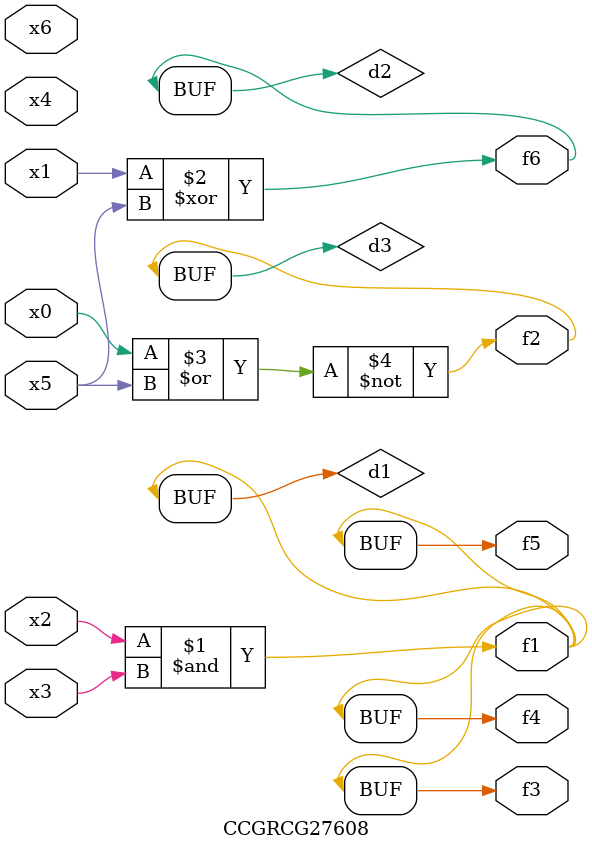
<source format=v>
module CCGRCG27608(
	input x0, x1, x2, x3, x4, x5, x6,
	output f1, f2, f3, f4, f5, f6
);

	wire d1, d2, d3;

	and (d1, x2, x3);
	xor (d2, x1, x5);
	nor (d3, x0, x5);
	assign f1 = d1;
	assign f2 = d3;
	assign f3 = d1;
	assign f4 = d1;
	assign f5 = d1;
	assign f6 = d2;
endmodule

</source>
